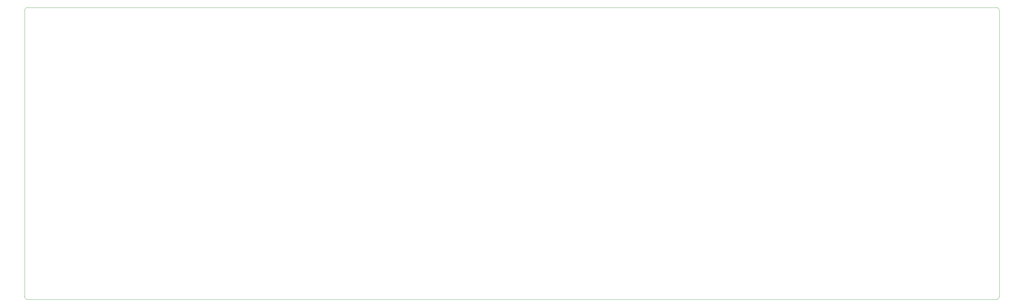
<source format=gm1>
%TF.GenerationSoftware,KiCad,Pcbnew,(6.0.1)*%
%TF.CreationDate,2022-02-09T02:20:10+01:00*%
%TF.ProjectId,choc660,63686f63-3636-4302-9e6b-696361645f70,rev?*%
%TF.SameCoordinates,Original*%
%TF.FileFunction,Profile,NP*%
%FSLAX46Y46*%
G04 Gerber Fmt 4.6, Leading zero omitted, Abs format (unit mm)*
G04 Created by KiCad (PCBNEW (6.0.1)) date 2022-02-09 02:20:10*
%MOMM*%
%LPD*%
G01*
G04 APERTURE LIST*
%TA.AperFunction,Profile*%
%ADD10C,0.100000*%
%TD*%
G04 APERTURE END LIST*
D10*
X59480000Y-176500000D02*
X362480000Y-176500000D01*
X59480000Y-85000000D02*
X362480000Y-85000000D01*
X363480000Y-86000000D02*
X363480000Y-175500000D01*
X59480000Y-85000000D02*
G75*
G03*
X58480000Y-86000000I1J-1000001D01*
G01*
X362480000Y-176500000D02*
G75*
G03*
X363480000Y-175500000I1J999999D01*
G01*
X363480000Y-86000000D02*
G75*
G03*
X362480000Y-85000000I-1000001J-1D01*
G01*
X58480000Y-175500000D02*
X58480000Y-86000000D01*
X58480000Y-175500000D02*
G75*
G03*
X59480000Y-176500000I999999J-1D01*
G01*
M02*

</source>
